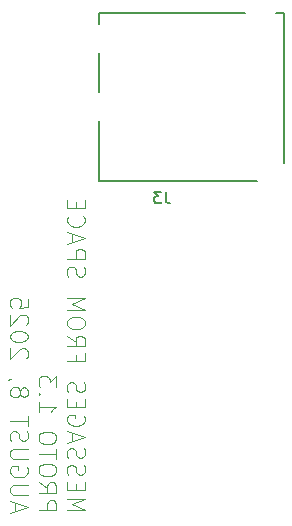
<source format=gbr>
%TF.GenerationSoftware,KiCad,Pcbnew,9.0.0*%
%TF.CreationDate,2025-08-08T14:04:17-04:00*%
%TF.ProjectId,Messages4,4d657373-6167-4657-9334-2e6b69636164,rev?*%
%TF.SameCoordinates,Original*%
%TF.FileFunction,Legend,Bot*%
%TF.FilePolarity,Positive*%
%FSLAX46Y46*%
G04 Gerber Fmt 4.6, Leading zero omitted, Abs format (unit mm)*
G04 Created by KiCad (PCBNEW 9.0.0) date 2025-08-08 14:04:17*
%MOMM*%
%LPD*%
G01*
G04 APERTURE LIST*
%ADD10C,0.100000*%
%ADD11C,0.150000*%
%ADD12C,0.152400*%
G04 APERTURE END LIST*
D10*
X92268603Y-136277068D02*
X93768603Y-136277068D01*
X93768603Y-136277068D02*
X92697174Y-135777068D01*
X92697174Y-135777068D02*
X93768603Y-135277068D01*
X93768603Y-135277068D02*
X92268603Y-135277068D01*
X93054317Y-134562782D02*
X93054317Y-134062782D01*
X92268603Y-133848496D02*
X92268603Y-134562782D01*
X92268603Y-134562782D02*
X93768603Y-134562782D01*
X93768603Y-134562782D02*
X93768603Y-133848496D01*
X92340032Y-133277067D02*
X92268603Y-133062782D01*
X92268603Y-133062782D02*
X92268603Y-132705639D01*
X92268603Y-132705639D02*
X92340032Y-132562782D01*
X92340032Y-132562782D02*
X92411460Y-132491353D01*
X92411460Y-132491353D02*
X92554317Y-132419924D01*
X92554317Y-132419924D02*
X92697174Y-132419924D01*
X92697174Y-132419924D02*
X92840032Y-132491353D01*
X92840032Y-132491353D02*
X92911460Y-132562782D01*
X92911460Y-132562782D02*
X92982889Y-132705639D01*
X92982889Y-132705639D02*
X93054317Y-132991353D01*
X93054317Y-132991353D02*
X93125746Y-133134210D01*
X93125746Y-133134210D02*
X93197174Y-133205639D01*
X93197174Y-133205639D02*
X93340032Y-133277067D01*
X93340032Y-133277067D02*
X93482889Y-133277067D01*
X93482889Y-133277067D02*
X93625746Y-133205639D01*
X93625746Y-133205639D02*
X93697174Y-133134210D01*
X93697174Y-133134210D02*
X93768603Y-132991353D01*
X93768603Y-132991353D02*
X93768603Y-132634210D01*
X93768603Y-132634210D02*
X93697174Y-132419924D01*
X92340032Y-131848496D02*
X92268603Y-131634211D01*
X92268603Y-131634211D02*
X92268603Y-131277068D01*
X92268603Y-131277068D02*
X92340032Y-131134211D01*
X92340032Y-131134211D02*
X92411460Y-131062782D01*
X92411460Y-131062782D02*
X92554317Y-130991353D01*
X92554317Y-130991353D02*
X92697174Y-130991353D01*
X92697174Y-130991353D02*
X92840032Y-131062782D01*
X92840032Y-131062782D02*
X92911460Y-131134211D01*
X92911460Y-131134211D02*
X92982889Y-131277068D01*
X92982889Y-131277068D02*
X93054317Y-131562782D01*
X93054317Y-131562782D02*
X93125746Y-131705639D01*
X93125746Y-131705639D02*
X93197174Y-131777068D01*
X93197174Y-131777068D02*
X93340032Y-131848496D01*
X93340032Y-131848496D02*
X93482889Y-131848496D01*
X93482889Y-131848496D02*
X93625746Y-131777068D01*
X93625746Y-131777068D02*
X93697174Y-131705639D01*
X93697174Y-131705639D02*
X93768603Y-131562782D01*
X93768603Y-131562782D02*
X93768603Y-131205639D01*
X93768603Y-131205639D02*
X93697174Y-130991353D01*
X92697174Y-130419925D02*
X92697174Y-129705640D01*
X92268603Y-130562782D02*
X93768603Y-130062782D01*
X93768603Y-130062782D02*
X92268603Y-129562782D01*
X93697174Y-128277068D02*
X93768603Y-128419926D01*
X93768603Y-128419926D02*
X93768603Y-128634211D01*
X93768603Y-128634211D02*
X93697174Y-128848497D01*
X93697174Y-128848497D02*
X93554317Y-128991354D01*
X93554317Y-128991354D02*
X93411460Y-129062783D01*
X93411460Y-129062783D02*
X93125746Y-129134211D01*
X93125746Y-129134211D02*
X92911460Y-129134211D01*
X92911460Y-129134211D02*
X92625746Y-129062783D01*
X92625746Y-129062783D02*
X92482889Y-128991354D01*
X92482889Y-128991354D02*
X92340032Y-128848497D01*
X92340032Y-128848497D02*
X92268603Y-128634211D01*
X92268603Y-128634211D02*
X92268603Y-128491354D01*
X92268603Y-128491354D02*
X92340032Y-128277068D01*
X92340032Y-128277068D02*
X92411460Y-128205640D01*
X92411460Y-128205640D02*
X92911460Y-128205640D01*
X92911460Y-128205640D02*
X92911460Y-128491354D01*
X93054317Y-127562783D02*
X93054317Y-127062783D01*
X92268603Y-126848497D02*
X92268603Y-127562783D01*
X92268603Y-127562783D02*
X93768603Y-127562783D01*
X93768603Y-127562783D02*
X93768603Y-126848497D01*
X92340032Y-126277068D02*
X92268603Y-126062783D01*
X92268603Y-126062783D02*
X92268603Y-125705640D01*
X92268603Y-125705640D02*
X92340032Y-125562783D01*
X92340032Y-125562783D02*
X92411460Y-125491354D01*
X92411460Y-125491354D02*
X92554317Y-125419925D01*
X92554317Y-125419925D02*
X92697174Y-125419925D01*
X92697174Y-125419925D02*
X92840032Y-125491354D01*
X92840032Y-125491354D02*
X92911460Y-125562783D01*
X92911460Y-125562783D02*
X92982889Y-125705640D01*
X92982889Y-125705640D02*
X93054317Y-125991354D01*
X93054317Y-125991354D02*
X93125746Y-126134211D01*
X93125746Y-126134211D02*
X93197174Y-126205640D01*
X93197174Y-126205640D02*
X93340032Y-126277068D01*
X93340032Y-126277068D02*
X93482889Y-126277068D01*
X93482889Y-126277068D02*
X93625746Y-126205640D01*
X93625746Y-126205640D02*
X93697174Y-126134211D01*
X93697174Y-126134211D02*
X93768603Y-125991354D01*
X93768603Y-125991354D02*
X93768603Y-125634211D01*
X93768603Y-125634211D02*
X93697174Y-125419925D01*
X93054317Y-123134212D02*
X93054317Y-123634212D01*
X92268603Y-123634212D02*
X93768603Y-123634212D01*
X93768603Y-123634212D02*
X93768603Y-122919926D01*
X92268603Y-121491355D02*
X92982889Y-121991355D01*
X92268603Y-122348498D02*
X93768603Y-122348498D01*
X93768603Y-122348498D02*
X93768603Y-121777069D01*
X93768603Y-121777069D02*
X93697174Y-121634212D01*
X93697174Y-121634212D02*
X93625746Y-121562783D01*
X93625746Y-121562783D02*
X93482889Y-121491355D01*
X93482889Y-121491355D02*
X93268603Y-121491355D01*
X93268603Y-121491355D02*
X93125746Y-121562783D01*
X93125746Y-121562783D02*
X93054317Y-121634212D01*
X93054317Y-121634212D02*
X92982889Y-121777069D01*
X92982889Y-121777069D02*
X92982889Y-122348498D01*
X93768603Y-120562783D02*
X93768603Y-120277069D01*
X93768603Y-120277069D02*
X93697174Y-120134212D01*
X93697174Y-120134212D02*
X93554317Y-119991355D01*
X93554317Y-119991355D02*
X93268603Y-119919926D01*
X93268603Y-119919926D02*
X92768603Y-119919926D01*
X92768603Y-119919926D02*
X92482889Y-119991355D01*
X92482889Y-119991355D02*
X92340032Y-120134212D01*
X92340032Y-120134212D02*
X92268603Y-120277069D01*
X92268603Y-120277069D02*
X92268603Y-120562783D01*
X92268603Y-120562783D02*
X92340032Y-120705641D01*
X92340032Y-120705641D02*
X92482889Y-120848498D01*
X92482889Y-120848498D02*
X92768603Y-120919926D01*
X92768603Y-120919926D02*
X93268603Y-120919926D01*
X93268603Y-120919926D02*
X93554317Y-120848498D01*
X93554317Y-120848498D02*
X93697174Y-120705641D01*
X93697174Y-120705641D02*
X93768603Y-120562783D01*
X92268603Y-119277069D02*
X93768603Y-119277069D01*
X93768603Y-119277069D02*
X92697174Y-118777069D01*
X92697174Y-118777069D02*
X93768603Y-118277069D01*
X93768603Y-118277069D02*
X92268603Y-118277069D01*
X92340032Y-116491354D02*
X92268603Y-116277069D01*
X92268603Y-116277069D02*
X92268603Y-115919926D01*
X92268603Y-115919926D02*
X92340032Y-115777069D01*
X92340032Y-115777069D02*
X92411460Y-115705640D01*
X92411460Y-115705640D02*
X92554317Y-115634211D01*
X92554317Y-115634211D02*
X92697174Y-115634211D01*
X92697174Y-115634211D02*
X92840032Y-115705640D01*
X92840032Y-115705640D02*
X92911460Y-115777069D01*
X92911460Y-115777069D02*
X92982889Y-115919926D01*
X92982889Y-115919926D02*
X93054317Y-116205640D01*
X93054317Y-116205640D02*
X93125746Y-116348497D01*
X93125746Y-116348497D02*
X93197174Y-116419926D01*
X93197174Y-116419926D02*
X93340032Y-116491354D01*
X93340032Y-116491354D02*
X93482889Y-116491354D01*
X93482889Y-116491354D02*
X93625746Y-116419926D01*
X93625746Y-116419926D02*
X93697174Y-116348497D01*
X93697174Y-116348497D02*
X93768603Y-116205640D01*
X93768603Y-116205640D02*
X93768603Y-115848497D01*
X93768603Y-115848497D02*
X93697174Y-115634211D01*
X92268603Y-114991355D02*
X93768603Y-114991355D01*
X93768603Y-114991355D02*
X93768603Y-114419926D01*
X93768603Y-114419926D02*
X93697174Y-114277069D01*
X93697174Y-114277069D02*
X93625746Y-114205640D01*
X93625746Y-114205640D02*
X93482889Y-114134212D01*
X93482889Y-114134212D02*
X93268603Y-114134212D01*
X93268603Y-114134212D02*
X93125746Y-114205640D01*
X93125746Y-114205640D02*
X93054317Y-114277069D01*
X93054317Y-114277069D02*
X92982889Y-114419926D01*
X92982889Y-114419926D02*
X92982889Y-114991355D01*
X92697174Y-113562783D02*
X92697174Y-112848498D01*
X92268603Y-113705640D02*
X93768603Y-113205640D01*
X93768603Y-113205640D02*
X92268603Y-112705640D01*
X92411460Y-111348498D02*
X92340032Y-111419926D01*
X92340032Y-111419926D02*
X92268603Y-111634212D01*
X92268603Y-111634212D02*
X92268603Y-111777069D01*
X92268603Y-111777069D02*
X92340032Y-111991355D01*
X92340032Y-111991355D02*
X92482889Y-112134212D01*
X92482889Y-112134212D02*
X92625746Y-112205641D01*
X92625746Y-112205641D02*
X92911460Y-112277069D01*
X92911460Y-112277069D02*
X93125746Y-112277069D01*
X93125746Y-112277069D02*
X93411460Y-112205641D01*
X93411460Y-112205641D02*
X93554317Y-112134212D01*
X93554317Y-112134212D02*
X93697174Y-111991355D01*
X93697174Y-111991355D02*
X93768603Y-111777069D01*
X93768603Y-111777069D02*
X93768603Y-111634212D01*
X93768603Y-111634212D02*
X93697174Y-111419926D01*
X93697174Y-111419926D02*
X93625746Y-111348498D01*
X93054317Y-110705641D02*
X93054317Y-110205641D01*
X92268603Y-109991355D02*
X92268603Y-110705641D01*
X92268603Y-110705641D02*
X93768603Y-110705641D01*
X93768603Y-110705641D02*
X93768603Y-109991355D01*
X89853687Y-136277068D02*
X91353687Y-136277068D01*
X91353687Y-136277068D02*
X91353687Y-135705639D01*
X91353687Y-135705639D02*
X91282258Y-135562782D01*
X91282258Y-135562782D02*
X91210830Y-135491353D01*
X91210830Y-135491353D02*
X91067973Y-135419925D01*
X91067973Y-135419925D02*
X90853687Y-135419925D01*
X90853687Y-135419925D02*
X90710830Y-135491353D01*
X90710830Y-135491353D02*
X90639401Y-135562782D01*
X90639401Y-135562782D02*
X90567973Y-135705639D01*
X90567973Y-135705639D02*
X90567973Y-136277068D01*
X89853687Y-133919925D02*
X90567973Y-134419925D01*
X89853687Y-134777068D02*
X91353687Y-134777068D01*
X91353687Y-134777068D02*
X91353687Y-134205639D01*
X91353687Y-134205639D02*
X91282258Y-134062782D01*
X91282258Y-134062782D02*
X91210830Y-133991353D01*
X91210830Y-133991353D02*
X91067973Y-133919925D01*
X91067973Y-133919925D02*
X90853687Y-133919925D01*
X90853687Y-133919925D02*
X90710830Y-133991353D01*
X90710830Y-133991353D02*
X90639401Y-134062782D01*
X90639401Y-134062782D02*
X90567973Y-134205639D01*
X90567973Y-134205639D02*
X90567973Y-134777068D01*
X91353687Y-132991353D02*
X91353687Y-132705639D01*
X91353687Y-132705639D02*
X91282258Y-132562782D01*
X91282258Y-132562782D02*
X91139401Y-132419925D01*
X91139401Y-132419925D02*
X90853687Y-132348496D01*
X90853687Y-132348496D02*
X90353687Y-132348496D01*
X90353687Y-132348496D02*
X90067973Y-132419925D01*
X90067973Y-132419925D02*
X89925116Y-132562782D01*
X89925116Y-132562782D02*
X89853687Y-132705639D01*
X89853687Y-132705639D02*
X89853687Y-132991353D01*
X89853687Y-132991353D02*
X89925116Y-133134211D01*
X89925116Y-133134211D02*
X90067973Y-133277068D01*
X90067973Y-133277068D02*
X90353687Y-133348496D01*
X90353687Y-133348496D02*
X90853687Y-133348496D01*
X90853687Y-133348496D02*
X91139401Y-133277068D01*
X91139401Y-133277068D02*
X91282258Y-133134211D01*
X91282258Y-133134211D02*
X91353687Y-132991353D01*
X91353687Y-131919924D02*
X91353687Y-131062782D01*
X89853687Y-131491353D02*
X91353687Y-131491353D01*
X91353687Y-130277067D02*
X91353687Y-129991353D01*
X91353687Y-129991353D02*
X91282258Y-129848496D01*
X91282258Y-129848496D02*
X91139401Y-129705639D01*
X91139401Y-129705639D02*
X90853687Y-129634210D01*
X90853687Y-129634210D02*
X90353687Y-129634210D01*
X90353687Y-129634210D02*
X90067973Y-129705639D01*
X90067973Y-129705639D02*
X89925116Y-129848496D01*
X89925116Y-129848496D02*
X89853687Y-129991353D01*
X89853687Y-129991353D02*
X89853687Y-130277067D01*
X89853687Y-130277067D02*
X89925116Y-130419925D01*
X89925116Y-130419925D02*
X90067973Y-130562782D01*
X90067973Y-130562782D02*
X90353687Y-130634210D01*
X90353687Y-130634210D02*
X90853687Y-130634210D01*
X90853687Y-130634210D02*
X91139401Y-130562782D01*
X91139401Y-130562782D02*
X91282258Y-130419925D01*
X91282258Y-130419925D02*
X91353687Y-130277067D01*
X89853687Y-127062781D02*
X89853687Y-127919924D01*
X89853687Y-127491353D02*
X91353687Y-127491353D01*
X91353687Y-127491353D02*
X91139401Y-127634210D01*
X91139401Y-127634210D02*
X90996544Y-127777067D01*
X90996544Y-127777067D02*
X90925116Y-127919924D01*
X89996544Y-126419925D02*
X89925116Y-126348496D01*
X89925116Y-126348496D02*
X89853687Y-126419925D01*
X89853687Y-126419925D02*
X89925116Y-126491353D01*
X89925116Y-126491353D02*
X89996544Y-126419925D01*
X89996544Y-126419925D02*
X89853687Y-126419925D01*
X91353687Y-125848496D02*
X91353687Y-124919924D01*
X91353687Y-124919924D02*
X90782258Y-125419924D01*
X90782258Y-125419924D02*
X90782258Y-125205639D01*
X90782258Y-125205639D02*
X90710830Y-125062782D01*
X90710830Y-125062782D02*
X90639401Y-124991353D01*
X90639401Y-124991353D02*
X90496544Y-124919924D01*
X90496544Y-124919924D02*
X90139401Y-124919924D01*
X90139401Y-124919924D02*
X89996544Y-124991353D01*
X89996544Y-124991353D02*
X89925116Y-125062782D01*
X89925116Y-125062782D02*
X89853687Y-125205639D01*
X89853687Y-125205639D02*
X89853687Y-125634210D01*
X89853687Y-125634210D02*
X89925116Y-125777067D01*
X89925116Y-125777067D02*
X89996544Y-125848496D01*
X87867342Y-136348496D02*
X87867342Y-135634211D01*
X87438771Y-136491353D02*
X88938771Y-135991353D01*
X88938771Y-135991353D02*
X87438771Y-135491353D01*
X88938771Y-134991354D02*
X87724485Y-134991354D01*
X87724485Y-134991354D02*
X87581628Y-134919925D01*
X87581628Y-134919925D02*
X87510200Y-134848497D01*
X87510200Y-134848497D02*
X87438771Y-134705639D01*
X87438771Y-134705639D02*
X87438771Y-134419925D01*
X87438771Y-134419925D02*
X87510200Y-134277068D01*
X87510200Y-134277068D02*
X87581628Y-134205639D01*
X87581628Y-134205639D02*
X87724485Y-134134211D01*
X87724485Y-134134211D02*
X88938771Y-134134211D01*
X88867342Y-132634210D02*
X88938771Y-132777068D01*
X88938771Y-132777068D02*
X88938771Y-132991353D01*
X88938771Y-132991353D02*
X88867342Y-133205639D01*
X88867342Y-133205639D02*
X88724485Y-133348496D01*
X88724485Y-133348496D02*
X88581628Y-133419925D01*
X88581628Y-133419925D02*
X88295914Y-133491353D01*
X88295914Y-133491353D02*
X88081628Y-133491353D01*
X88081628Y-133491353D02*
X87795914Y-133419925D01*
X87795914Y-133419925D02*
X87653057Y-133348496D01*
X87653057Y-133348496D02*
X87510200Y-133205639D01*
X87510200Y-133205639D02*
X87438771Y-132991353D01*
X87438771Y-132991353D02*
X87438771Y-132848496D01*
X87438771Y-132848496D02*
X87510200Y-132634210D01*
X87510200Y-132634210D02*
X87581628Y-132562782D01*
X87581628Y-132562782D02*
X88081628Y-132562782D01*
X88081628Y-132562782D02*
X88081628Y-132848496D01*
X88938771Y-131919925D02*
X87724485Y-131919925D01*
X87724485Y-131919925D02*
X87581628Y-131848496D01*
X87581628Y-131848496D02*
X87510200Y-131777068D01*
X87510200Y-131777068D02*
X87438771Y-131634210D01*
X87438771Y-131634210D02*
X87438771Y-131348496D01*
X87438771Y-131348496D02*
X87510200Y-131205639D01*
X87510200Y-131205639D02*
X87581628Y-131134210D01*
X87581628Y-131134210D02*
X87724485Y-131062782D01*
X87724485Y-131062782D02*
X88938771Y-131062782D01*
X87510200Y-130419924D02*
X87438771Y-130205639D01*
X87438771Y-130205639D02*
X87438771Y-129848496D01*
X87438771Y-129848496D02*
X87510200Y-129705639D01*
X87510200Y-129705639D02*
X87581628Y-129634210D01*
X87581628Y-129634210D02*
X87724485Y-129562781D01*
X87724485Y-129562781D02*
X87867342Y-129562781D01*
X87867342Y-129562781D02*
X88010200Y-129634210D01*
X88010200Y-129634210D02*
X88081628Y-129705639D01*
X88081628Y-129705639D02*
X88153057Y-129848496D01*
X88153057Y-129848496D02*
X88224485Y-130134210D01*
X88224485Y-130134210D02*
X88295914Y-130277067D01*
X88295914Y-130277067D02*
X88367342Y-130348496D01*
X88367342Y-130348496D02*
X88510200Y-130419924D01*
X88510200Y-130419924D02*
X88653057Y-130419924D01*
X88653057Y-130419924D02*
X88795914Y-130348496D01*
X88795914Y-130348496D02*
X88867342Y-130277067D01*
X88867342Y-130277067D02*
X88938771Y-130134210D01*
X88938771Y-130134210D02*
X88938771Y-129777067D01*
X88938771Y-129777067D02*
X88867342Y-129562781D01*
X88938771Y-129134210D02*
X88938771Y-128277068D01*
X87438771Y-128705639D02*
X88938771Y-128705639D01*
X88295914Y-126419925D02*
X88367342Y-126562782D01*
X88367342Y-126562782D02*
X88438771Y-126634211D01*
X88438771Y-126634211D02*
X88581628Y-126705639D01*
X88581628Y-126705639D02*
X88653057Y-126705639D01*
X88653057Y-126705639D02*
X88795914Y-126634211D01*
X88795914Y-126634211D02*
X88867342Y-126562782D01*
X88867342Y-126562782D02*
X88938771Y-126419925D01*
X88938771Y-126419925D02*
X88938771Y-126134211D01*
X88938771Y-126134211D02*
X88867342Y-125991354D01*
X88867342Y-125991354D02*
X88795914Y-125919925D01*
X88795914Y-125919925D02*
X88653057Y-125848496D01*
X88653057Y-125848496D02*
X88581628Y-125848496D01*
X88581628Y-125848496D02*
X88438771Y-125919925D01*
X88438771Y-125919925D02*
X88367342Y-125991354D01*
X88367342Y-125991354D02*
X88295914Y-126134211D01*
X88295914Y-126134211D02*
X88295914Y-126419925D01*
X88295914Y-126419925D02*
X88224485Y-126562782D01*
X88224485Y-126562782D02*
X88153057Y-126634211D01*
X88153057Y-126634211D02*
X88010200Y-126705639D01*
X88010200Y-126705639D02*
X87724485Y-126705639D01*
X87724485Y-126705639D02*
X87581628Y-126634211D01*
X87581628Y-126634211D02*
X87510200Y-126562782D01*
X87510200Y-126562782D02*
X87438771Y-126419925D01*
X87438771Y-126419925D02*
X87438771Y-126134211D01*
X87438771Y-126134211D02*
X87510200Y-125991354D01*
X87510200Y-125991354D02*
X87581628Y-125919925D01*
X87581628Y-125919925D02*
X87724485Y-125848496D01*
X87724485Y-125848496D02*
X88010200Y-125848496D01*
X88010200Y-125848496D02*
X88153057Y-125919925D01*
X88153057Y-125919925D02*
X88224485Y-125991354D01*
X88224485Y-125991354D02*
X88295914Y-126134211D01*
X87510200Y-125134211D02*
X87438771Y-125134211D01*
X87438771Y-125134211D02*
X87295914Y-125205640D01*
X87295914Y-125205640D02*
X87224485Y-125277068D01*
X88795914Y-123419925D02*
X88867342Y-123348497D01*
X88867342Y-123348497D02*
X88938771Y-123205640D01*
X88938771Y-123205640D02*
X88938771Y-122848497D01*
X88938771Y-122848497D02*
X88867342Y-122705640D01*
X88867342Y-122705640D02*
X88795914Y-122634211D01*
X88795914Y-122634211D02*
X88653057Y-122562782D01*
X88653057Y-122562782D02*
X88510200Y-122562782D01*
X88510200Y-122562782D02*
X88295914Y-122634211D01*
X88295914Y-122634211D02*
X87438771Y-123491354D01*
X87438771Y-123491354D02*
X87438771Y-122562782D01*
X88938771Y-121634211D02*
X88938771Y-121491354D01*
X88938771Y-121491354D02*
X88867342Y-121348497D01*
X88867342Y-121348497D02*
X88795914Y-121277069D01*
X88795914Y-121277069D02*
X88653057Y-121205640D01*
X88653057Y-121205640D02*
X88367342Y-121134211D01*
X88367342Y-121134211D02*
X88010200Y-121134211D01*
X88010200Y-121134211D02*
X87724485Y-121205640D01*
X87724485Y-121205640D02*
X87581628Y-121277069D01*
X87581628Y-121277069D02*
X87510200Y-121348497D01*
X87510200Y-121348497D02*
X87438771Y-121491354D01*
X87438771Y-121491354D02*
X87438771Y-121634211D01*
X87438771Y-121634211D02*
X87510200Y-121777069D01*
X87510200Y-121777069D02*
X87581628Y-121848497D01*
X87581628Y-121848497D02*
X87724485Y-121919926D01*
X87724485Y-121919926D02*
X88010200Y-121991354D01*
X88010200Y-121991354D02*
X88367342Y-121991354D01*
X88367342Y-121991354D02*
X88653057Y-121919926D01*
X88653057Y-121919926D02*
X88795914Y-121848497D01*
X88795914Y-121848497D02*
X88867342Y-121777069D01*
X88867342Y-121777069D02*
X88938771Y-121634211D01*
X88795914Y-120562783D02*
X88867342Y-120491355D01*
X88867342Y-120491355D02*
X88938771Y-120348498D01*
X88938771Y-120348498D02*
X88938771Y-119991355D01*
X88938771Y-119991355D02*
X88867342Y-119848498D01*
X88867342Y-119848498D02*
X88795914Y-119777069D01*
X88795914Y-119777069D02*
X88653057Y-119705640D01*
X88653057Y-119705640D02*
X88510200Y-119705640D01*
X88510200Y-119705640D02*
X88295914Y-119777069D01*
X88295914Y-119777069D02*
X87438771Y-120634212D01*
X87438771Y-120634212D02*
X87438771Y-119705640D01*
X88938771Y-118348498D02*
X88938771Y-119062784D01*
X88938771Y-119062784D02*
X88224485Y-119134212D01*
X88224485Y-119134212D02*
X88295914Y-119062784D01*
X88295914Y-119062784D02*
X88367342Y-118919927D01*
X88367342Y-118919927D02*
X88367342Y-118562784D01*
X88367342Y-118562784D02*
X88295914Y-118419927D01*
X88295914Y-118419927D02*
X88224485Y-118348498D01*
X88224485Y-118348498D02*
X88081628Y-118277069D01*
X88081628Y-118277069D02*
X87724485Y-118277069D01*
X87724485Y-118277069D02*
X87581628Y-118348498D01*
X87581628Y-118348498D02*
X87510200Y-118419927D01*
X87510200Y-118419927D02*
X87438771Y-118562784D01*
X87438771Y-118562784D02*
X87438771Y-118919927D01*
X87438771Y-118919927D02*
X87510200Y-119062784D01*
X87510200Y-119062784D02*
X87581628Y-119134212D01*
D11*
X100633333Y-109294820D02*
X100633333Y-110009105D01*
X100633333Y-110009105D02*
X100680952Y-110151962D01*
X100680952Y-110151962D02*
X100776190Y-110247201D01*
X100776190Y-110247201D02*
X100919047Y-110294820D01*
X100919047Y-110294820D02*
X101014285Y-110294820D01*
X100252380Y-109294820D02*
X99633333Y-109294820D01*
X99633333Y-109294820D02*
X99966666Y-109675772D01*
X99966666Y-109675772D02*
X99823809Y-109675772D01*
X99823809Y-109675772D02*
X99728571Y-109723391D01*
X99728571Y-109723391D02*
X99680952Y-109771010D01*
X99680952Y-109771010D02*
X99633333Y-109866248D01*
X99633333Y-109866248D02*
X99633333Y-110104343D01*
X99633333Y-110104343D02*
X99680952Y-110199581D01*
X99680952Y-110199581D02*
X99728571Y-110247201D01*
X99728571Y-110247201D02*
X99823809Y-110294820D01*
X99823809Y-110294820D02*
X100109523Y-110294820D01*
X100109523Y-110294820D02*
X100204761Y-110247201D01*
X100204761Y-110247201D02*
X100252380Y-110199581D01*
D12*
%TO.C,J3*%
X94951400Y-94175300D02*
X94951400Y-95115560D01*
X94951400Y-97584440D02*
X94951400Y-100815561D01*
X94951400Y-103284441D02*
X94951400Y-108424700D01*
X94951400Y-108424700D02*
X108343161Y-108424700D01*
X107343161Y-94175300D02*
X94951400Y-94175300D01*
X110648600Y-94175300D02*
X109913641Y-94175300D01*
X110648600Y-106875722D02*
X110648600Y-94175300D01*
%TD*%
M02*

</source>
